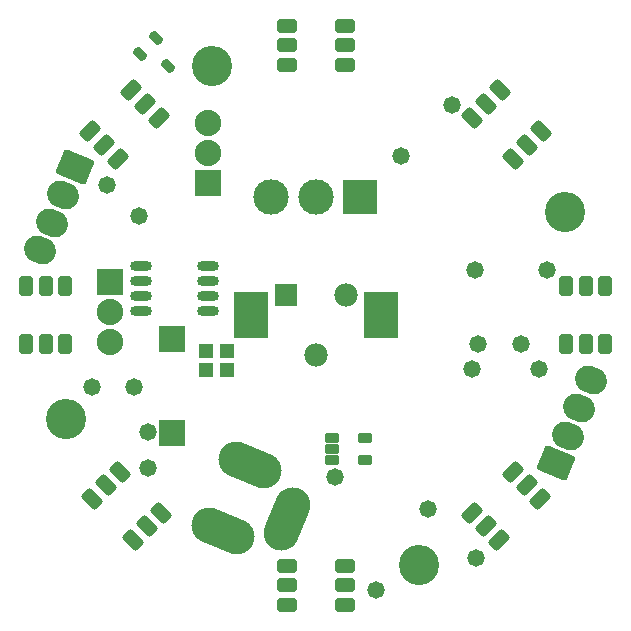
<source format=gts>
G04 Layer_Color=8388736*
%FSLAX25Y25*%
%MOIN*%
G70*
G01*
G75*
G04:AMPARAMS|DCode=46|XSize=31.62mil|YSize=47.37mil|CornerRadius=9.9mil|HoleSize=0mil|Usage=FLASHONLY|Rotation=45.000|XOffset=0mil|YOffset=0mil|HoleType=Round|Shape=RoundedRectangle|*
%AMROUNDEDRECTD46*
21,1,0.03162,0.02756,0,0,45.0*
21,1,0.01181,0.04737,0,0,45.0*
1,1,0.01981,0.01392,-0.00557*
1,1,0.01981,0.00557,-0.01392*
1,1,0.01981,-0.01392,0.00557*
1,1,0.01981,-0.00557,0.01392*
%
%ADD46ROUNDEDRECTD46*%
%ADD47R,0.04540X0.04737*%
%ADD48R,0.08674X0.08674*%
G04:AMPARAMS|DCode=49|XSize=67.06mil|YSize=43.43mil|CornerRadius=5.95mil|HoleSize=0mil|Usage=FLASHONLY|Rotation=180.000|XOffset=0mil|YOffset=0mil|HoleType=Round|Shape=RoundedRectangle|*
%AMROUNDEDRECTD49*
21,1,0.06706,0.03154,0,0,180.0*
21,1,0.05516,0.04343,0,0,180.0*
1,1,0.01190,-0.02758,0.01577*
1,1,0.01190,0.02758,0.01577*
1,1,0.01190,0.02758,-0.01577*
1,1,0.01190,-0.02758,-0.01577*
%
%ADD49ROUNDEDRECTD49*%
G04:AMPARAMS|DCode=50|XSize=67.06mil|YSize=43.43mil|CornerRadius=5.95mil|HoleSize=0mil|Usage=FLASHONLY|Rotation=135.000|XOffset=0mil|YOffset=0mil|HoleType=Round|Shape=RoundedRectangle|*
%AMROUNDEDRECTD50*
21,1,0.06706,0.03154,0,0,135.0*
21,1,0.05516,0.04343,0,0,135.0*
1,1,0.01190,-0.00835,0.03065*
1,1,0.01190,0.03065,-0.00835*
1,1,0.01190,0.00835,-0.03065*
1,1,0.01190,-0.03065,0.00835*
%
%ADD50ROUNDEDRECTD50*%
G04:AMPARAMS|DCode=51|XSize=67.06mil|YSize=43.43mil|CornerRadius=5.95mil|HoleSize=0mil|Usage=FLASHONLY|Rotation=90.000|XOffset=0mil|YOffset=0mil|HoleType=Round|Shape=RoundedRectangle|*
%AMROUNDEDRECTD51*
21,1,0.06706,0.03154,0,0,90.0*
21,1,0.05516,0.04343,0,0,90.0*
1,1,0.01190,0.01577,0.02758*
1,1,0.01190,0.01577,-0.02758*
1,1,0.01190,-0.01577,-0.02758*
1,1,0.01190,-0.01577,0.02758*
%
%ADD51ROUNDEDRECTD51*%
G04:AMPARAMS|DCode=52|XSize=67.06mil|YSize=43.43mil|CornerRadius=5.95mil|HoleSize=0mil|Usage=FLASHONLY|Rotation=45.000|XOffset=0mil|YOffset=0mil|HoleType=Round|Shape=RoundedRectangle|*
%AMROUNDEDRECTD52*
21,1,0.06706,0.03154,0,0,45.0*
21,1,0.05516,0.04343,0,0,45.0*
1,1,0.01190,0.03065,0.00835*
1,1,0.01190,-0.00835,-0.03065*
1,1,0.01190,-0.03065,-0.00835*
1,1,0.01190,0.00835,0.03065*
%
%ADD52ROUNDEDRECTD52*%
%ADD53O,0.07296X0.03359*%
G04:AMPARAMS|DCode=54|XSize=31.62mil|YSize=47.37mil|CornerRadius=6.01mil|HoleSize=0mil|Usage=FLASHONLY|Rotation=90.000|XOffset=0mil|YOffset=0mil|HoleType=Round|Shape=RoundedRectangle|*
%AMROUNDEDRECTD54*
21,1,0.03162,0.03535,0,0,90.0*
21,1,0.01961,0.04737,0,0,90.0*
1,1,0.01202,0.01768,0.00980*
1,1,0.01202,0.01768,-0.00980*
1,1,0.01202,-0.01768,-0.00980*
1,1,0.01202,-0.01768,0.00980*
%
%ADD54ROUNDEDRECTD54*%
%ADD55C,0.08800*%
%ADD56R,0.08800X0.08800*%
G04:AMPARAMS|DCode=57|XSize=218mil|YSize=118mil|CornerRadius=0mil|HoleSize=0mil|Usage=FLASHONLY|Rotation=157.500|XOffset=0mil|YOffset=0mil|HoleType=Round|Shape=Round|*
%AMOVALD57*
21,1,0.10000,0.11800,0.00000,0.00000,157.5*
1,1,0.11800,0.04619,-0.01913*
1,1,0.11800,-0.04619,0.01913*
%
%ADD57OVALD57*%

G04:AMPARAMS|DCode=58|XSize=218mil|YSize=118mil|CornerRadius=0mil|HoleSize=0mil|Usage=FLASHONLY|Rotation=67.500|XOffset=0mil|YOffset=0mil|HoleType=Round|Shape=Round|*
%AMOVALD58*
21,1,0.10000,0.11800,0.00000,0.00000,67.5*
1,1,0.11800,-0.01913,-0.04619*
1,1,0.11800,0.01913,0.04619*
%
%ADD58OVALD58*%

G04:AMPARAMS|DCode=59|XSize=88mil|YSize=108mil|CornerRadius=0mil|HoleSize=0mil|Usage=FLASHONLY|Rotation=67.500|XOffset=0mil|YOffset=0mil|HoleType=Round|Shape=Round|*
%AMOVALD59*
21,1,0.02000,0.08800,0.00000,0.00000,157.5*
1,1,0.08800,0.00924,-0.00383*
1,1,0.08800,-0.00924,0.00383*
%
%ADD59OVALD59*%

G04:AMPARAMS|DCode=60|XSize=88mil|YSize=108mil|CornerRadius=6.4mil|HoleSize=0mil|Usage=FLASHONLY|Rotation=67.500|XOffset=0mil|YOffset=0mil|HoleType=Round|Shape=RoundedRectangle|*
%AMROUNDEDRECTD60*
21,1,0.08800,0.09520,0,0,67.5*
21,1,0.07520,0.10800,0,0,67.5*
1,1,0.01280,0.05837,0.01652*
1,1,0.01280,0.02959,-0.05295*
1,1,0.01280,-0.05837,-0.01652*
1,1,0.01280,-0.02959,0.05295*
%
%ADD60ROUNDEDRECTD60*%
%ADD61R,0.11800X0.11800*%
%ADD62C,0.11800*%
%ADD63R,0.11800X0.15800*%
%ADD64C,0.07800*%
%ADD65R,0.07800X0.07800*%
%ADD66C,0.13398*%
%ADD67C,0.05800*%
D46*
X291304Y385985D02*
D03*
X286015Y380696D02*
D03*
X295341Y376659D02*
D03*
D47*
X308000Y281650D02*
D03*
Y275350D02*
D03*
X315000Y281650D02*
D03*
X315000Y275350D02*
D03*
D48*
X296500Y254252D02*
D03*
Y285748D02*
D03*
D49*
X354146Y383504D02*
D03*
X334854D02*
D03*
Y377004D02*
D03*
Y389996D02*
D03*
X354146D02*
D03*
X354146Y377004D02*
D03*
X334854Y203496D02*
D03*
X354146D02*
D03*
Y209996D02*
D03*
Y197004D02*
D03*
X334854D02*
D03*
X334854Y209996D02*
D03*
D50*
X414963Y350322D02*
D03*
X401322Y363963D02*
D03*
X396726Y359367D02*
D03*
X405912Y368553D02*
D03*
X419554Y354912D02*
D03*
X410367Y345726D02*
D03*
X274677Y236818D02*
D03*
X288318Y223177D02*
D03*
X292914Y227773D02*
D03*
X283727Y218586D02*
D03*
X270086Y232227D02*
D03*
X279273Y241414D02*
D03*
D51*
X434504Y283854D02*
D03*
Y303146D02*
D03*
X428004D02*
D03*
X440996D02*
D03*
Y283854D02*
D03*
X428004Y283854D02*
D03*
X254496Y303146D02*
D03*
Y283854D02*
D03*
X260996D02*
D03*
X248004D02*
D03*
Y303146D02*
D03*
X260996Y303146D02*
D03*
D52*
X401182Y223177D02*
D03*
X414823Y236818D02*
D03*
X410227Y241414D02*
D03*
X419414Y232227D02*
D03*
X405773Y218586D02*
D03*
X396586Y227773D02*
D03*
X287678Y363963D02*
D03*
X274037Y350322D02*
D03*
X278633Y345726D02*
D03*
X269446Y354912D02*
D03*
X283087Y368553D02*
D03*
X292274Y359367D02*
D03*
D53*
X286378Y310000D02*
D03*
Y305000D02*
D03*
Y300000D02*
D03*
Y295000D02*
D03*
X308622Y310000D02*
D03*
Y305000D02*
D03*
Y300000D02*
D03*
Y295000D02*
D03*
D54*
X360913Y252740D02*
D03*
X360913Y245260D02*
D03*
X350087Y245260D02*
D03*
Y249000D02*
D03*
X350087Y252740D02*
D03*
D55*
X308500Y357500D02*
D03*
Y347500D02*
D03*
X276000Y284500D02*
D03*
Y294500D02*
D03*
D56*
X308500Y337500D02*
D03*
X276000Y304500D02*
D03*
D57*
X313460Y221676D02*
D03*
X322500Y243500D02*
D03*
D58*
X335075Y225507D02*
D03*
D59*
X436240Y271858D02*
D03*
X432413Y262619D02*
D03*
X428587Y253381D02*
D03*
X252760Y315142D02*
D03*
X256587Y324381D02*
D03*
X260413Y333619D02*
D03*
D60*
X424760Y244142D02*
D03*
X264240Y342858D02*
D03*
D61*
X359264Y332870D02*
D03*
D62*
X344500D02*
D03*
X329736D02*
D03*
D63*
X366154Y293500D02*
D03*
X322847D02*
D03*
D64*
X354500Y300363D02*
D03*
X344500Y280363D02*
D03*
D65*
X334500Y300363D02*
D03*
D66*
X310058Y376649D02*
D03*
X427649Y327941D02*
D03*
X261351Y259058D02*
D03*
X378941Y210351D02*
D03*
D67*
X288500Y254500D02*
D03*
Y242500D02*
D03*
X396500Y275500D02*
D03*
X351000Y239500D02*
D03*
X364500Y202000D02*
D03*
X382000Y229000D02*
D03*
X398000Y212500D02*
D03*
X398500Y284000D02*
D03*
X413000D02*
D03*
X285500Y326500D02*
D03*
X275000Y337000D02*
D03*
X284000Y269500D02*
D03*
X270000D02*
D03*
X421500Y308500D02*
D03*
X397500D02*
D03*
X390000Y363500D02*
D03*
X373000Y346500D02*
D03*
X419000Y275500D02*
D03*
M02*

</source>
